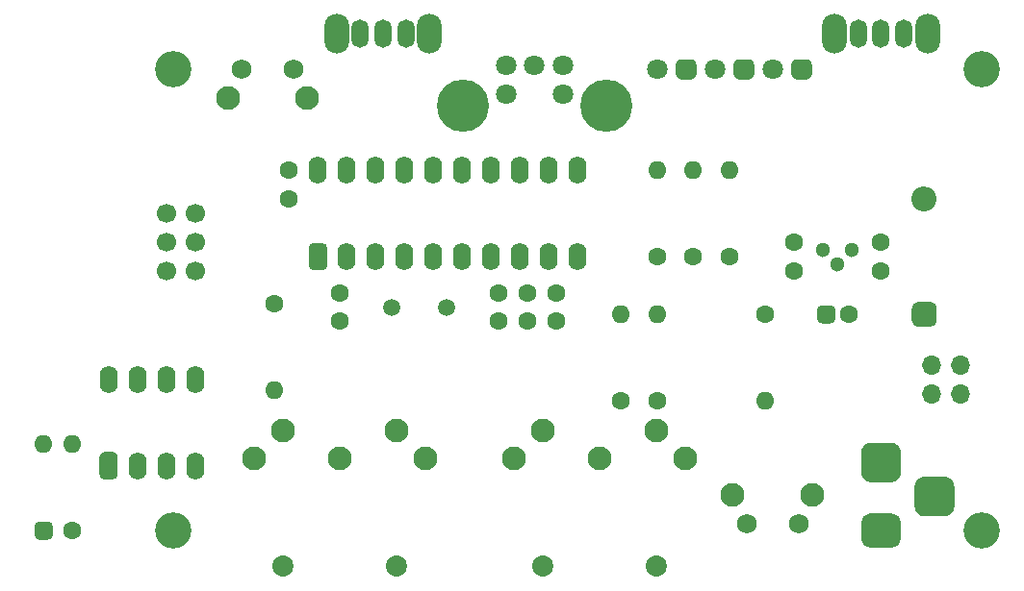
<source format=gbr>
%TF.GenerationSoftware,KiCad,Pcbnew,(5.1.9)-1*%
%TF.CreationDate,2021-04-04T20:09:26-07:00*%
%TF.ProjectId,miditwiddle,6d696469-7477-4696-9464-6c652e6b6963,rev?*%
%TF.SameCoordinates,PX9157080PY60e4b00*%
%TF.FileFunction,Soldermask,Bot*%
%TF.FilePolarity,Negative*%
%FSLAX46Y46*%
G04 Gerber Fmt 4.6, Leading zero omitted, Abs format (unit mm)*
G04 Created by KiCad (PCBNEW (5.1.9)-1) date 2021-04-04 20:09:26*
%MOMM*%
%LPD*%
G01*
G04 APERTURE LIST*
%ADD10C,1.860000*%
%ADD11C,2.100000*%
%ADD12C,1.800000*%
%ADD13C,4.600001*%
%ADD14C,1.600000*%
%ADD15O,2.200000X2.200000*%
%ADD16O,1.600000X1.600000*%
%ADD17C,3.200000*%
%ADD18O,1.500000X2.500000*%
%ADD19O,2.200000X3.500000*%
%ADD20O,2.200000X3.500001*%
%ADD21C,1.750000*%
%ADD22O,1.700000X1.700000*%
%ADD23C,1.500000*%
%ADD24O,1.600000X2.400000*%
%ADD25C,1.300000*%
%ADD26C,1.700000*%
G04 APERTURE END LIST*
D10*
%TO.C,J4*%
X-3095000Y-23470000D03*
X6905000Y-23470000D03*
D11*
X-3095000Y-11470000D03*
X6905000Y-11470000D03*
X-5595000Y-13970000D03*
X1905000Y-13970000D03*
X9405000Y-13970000D03*
%TD*%
D10*
%TO.C,J3*%
X-25955000Y-23470000D03*
X-15955000Y-23470000D03*
D11*
X-25955000Y-11470000D03*
X-15955000Y-11470000D03*
X-28455000Y-13970000D03*
X-20955000Y-13970000D03*
X-13455000Y-13970000D03*
%TD*%
D12*
%TO.C,SW5*%
X-6310000Y18137500D03*
X-1310000Y18137500D03*
D13*
X2490000Y17137500D03*
X-10110000Y17137500D03*
D12*
X-1310000Y20637500D03*
X-3810000Y20637500D03*
X-6310000Y20637500D03*
%TD*%
D14*
%TO.C,C8*%
X-4445000Y-1865000D03*
X-4445000Y635000D03*
%TD*%
%TO.C,C7*%
X-1905000Y-1865000D03*
X-1905000Y635000D03*
%TD*%
%TO.C,C3*%
G36*
G01*
X21050000Y-1670000D02*
X21050000Y-870000D01*
G75*
G02*
X21450000Y-470000I400000J0D01*
G01*
X22250000Y-470000D01*
G75*
G02*
X22650000Y-870000I0J-400000D01*
G01*
X22650000Y-1670000D01*
G75*
G02*
X22250000Y-2070000I-400000J0D01*
G01*
X21450000Y-2070000D01*
G75*
G02*
X21050000Y-1670000I0J400000D01*
G01*
G37*
X23850000Y-1270000D03*
%TD*%
D15*
%TO.C,D1*%
X30480000Y8890000D03*
G36*
G01*
X31030000Y-2370000D02*
X29930000Y-2370000D01*
G75*
G02*
X29380000Y-1820000I0J550000D01*
G01*
X29380000Y-720000D01*
G75*
G02*
X29930000Y-170000I550000J0D01*
G01*
X31030000Y-170000D01*
G75*
G02*
X31580000Y-720000I0J-550000D01*
G01*
X31580000Y-1820000D01*
G75*
G02*
X31030000Y-2370000I-550000J0D01*
G01*
G37*
%TD*%
D16*
%TO.C,R6*%
X13335000Y11430000D03*
D14*
X13335000Y3810000D03*
%TD*%
D17*
%TO.C,MH3*%
X-35560000Y-20320000D03*
%TD*%
%TO.C,MH4*%
X35560000Y-20320000D03*
%TD*%
%TO.C,MH2*%
X35560000Y20320000D03*
%TD*%
%TO.C,MH1*%
X-35560000Y20320000D03*
%TD*%
D18*
%TO.C,SW1*%
X28670000Y23495000D03*
X26670000Y23495000D03*
X24670000Y23495000D03*
D19*
X30770000Y23495000D03*
X22570000Y23495000D03*
%TD*%
D18*
%TO.C,SW3*%
X-15145000Y23495000D03*
X-17145000Y23495000D03*
X-19145000Y23495000D03*
D20*
X-13045000Y23495000D03*
X-21245000Y23495000D03*
%TD*%
D11*
%TO.C,SW2*%
X13635000Y-17195000D03*
D21*
X14895000Y-19685000D03*
X19395000Y-19685000D03*
D11*
X20645000Y-17195000D03*
%TD*%
D22*
%TO.C,JP1*%
X33655000Y-5715000D03*
X33655000Y-8255000D03*
X31115000Y-5715000D03*
X31115000Y-8255000D03*
%TD*%
D23*
%TO.C,Y1*%
X-11530000Y-635000D03*
X-16410000Y-635000D03*
%TD*%
D11*
%TO.C,SW4*%
X-23795000Y17830000D03*
D21*
X-25055000Y20320000D03*
X-29555000Y20320000D03*
D11*
X-30805000Y17830000D03*
%TD*%
D12*
%TO.C,D3*%
X17145000Y20320000D03*
G36*
G01*
X20585000Y20770000D02*
X20585000Y19870000D01*
G75*
G02*
X20135000Y19420000I-450000J0D01*
G01*
X19235000Y19420000D01*
G75*
G02*
X18785000Y19870000I0J450000D01*
G01*
X18785000Y20770000D01*
G75*
G02*
X19235000Y21220000I450000J0D01*
G01*
X20135000Y21220000D01*
G75*
G02*
X20585000Y20770000I0J-450000D01*
G01*
G37*
%TD*%
D24*
%TO.C,U3*%
X-41275000Y-6985000D03*
X-33655000Y-14605000D03*
X-38735000Y-6985000D03*
X-36195000Y-14605000D03*
X-36195000Y-6985000D03*
X-38735000Y-14605000D03*
X-33655000Y-6985000D03*
G36*
G01*
X-40875000Y-15805000D02*
X-41675000Y-15805000D01*
G75*
G02*
X-42075000Y-15405000I0J400000D01*
G01*
X-42075000Y-13805000D01*
G75*
G02*
X-41675000Y-13405000I400000J0D01*
G01*
X-40875000Y-13405000D01*
G75*
G02*
X-40475000Y-13805000I0J-400000D01*
G01*
X-40475000Y-15405000D01*
G75*
G02*
X-40875000Y-15805000I-400000J0D01*
G01*
G37*
%TD*%
%TO.C,U2*%
G36*
G01*
X-22460000Y2610000D02*
X-23260000Y2610000D01*
G75*
G02*
X-23660000Y3010000I0J400000D01*
G01*
X-23660000Y4610000D01*
G75*
G02*
X-23260000Y5010000I400000J0D01*
G01*
X-22460000Y5010000D01*
G75*
G02*
X-22060000Y4610000I0J-400000D01*
G01*
X-22060000Y3010000D01*
G75*
G02*
X-22460000Y2610000I-400000J0D01*
G01*
G37*
X0Y11430000D03*
X-20320000Y3810000D03*
X-2540000Y11430000D03*
X-17780000Y3810000D03*
X-5080000Y11430000D03*
X-15240000Y3810000D03*
X-7620000Y11430000D03*
X-12700000Y3810000D03*
X-10160000Y11430000D03*
X-10160000Y3810000D03*
X-12700000Y11430000D03*
X-7620000Y3810000D03*
X-15240000Y11430000D03*
X-5080000Y3810000D03*
X-17780000Y11430000D03*
X-2540000Y3810000D03*
X-20320000Y11430000D03*
X0Y3810000D03*
X-22860000Y11430000D03*
%TD*%
D25*
%TO.C,U1*%
X24130000Y4445000D03*
X21590000Y4445000D03*
X22860000Y3175000D03*
%TD*%
D16*
%TO.C,R8*%
X6985000Y11430000D03*
D14*
X6985000Y3810000D03*
%TD*%
D16*
%TO.C,R7*%
X10160000Y11430000D03*
D14*
X10160000Y3810000D03*
%TD*%
D16*
%TO.C,R5*%
X3810000Y-1270000D03*
D14*
X3810000Y-8890000D03*
%TD*%
D16*
%TO.C,R4*%
X6985000Y-1270000D03*
D14*
X6985000Y-8890000D03*
%TD*%
%TO.C,R3*%
X-26670000Y-317500D03*
D16*
X-26670000Y-7937500D03*
%TD*%
D14*
%TO.C,R2*%
X-44450000Y-20320000D03*
D16*
X-44450000Y-12700000D03*
%TD*%
%TO.C,R1*%
X16510000Y-8890000D03*
D14*
X16510000Y-1270000D03*
%TD*%
D26*
%TO.C,J2*%
X-36195000Y7620000D03*
X-36195000Y5080000D03*
X-36195000Y2540000D03*
X-33655000Y7620000D03*
X-33655000Y5080000D03*
X-33655000Y2540000D03*
%TD*%
%TO.C,J1*%
G36*
G01*
X32245000Y-19070000D02*
X30495000Y-19070000D01*
G75*
G02*
X29620000Y-18195000I0J875000D01*
G01*
X29620000Y-16445000D01*
G75*
G02*
X30495000Y-15570000I875000J0D01*
G01*
X32245000Y-15570000D01*
G75*
G02*
X33120000Y-16445000I0J-875000D01*
G01*
X33120000Y-18195000D01*
G75*
G02*
X32245000Y-19070000I-875000J0D01*
G01*
G37*
G36*
G01*
X27670000Y-21820000D02*
X25670000Y-21820000D01*
G75*
G02*
X24920000Y-21070000I0J750000D01*
G01*
X24920000Y-19570000D01*
G75*
G02*
X25670000Y-18820000I750000J0D01*
G01*
X27670000Y-18820000D01*
G75*
G02*
X28420000Y-19570000I0J-750000D01*
G01*
X28420000Y-21070000D01*
G75*
G02*
X27670000Y-21820000I-750000J0D01*
G01*
G37*
G36*
G01*
X27545000Y-16070000D02*
X25795000Y-16070000D01*
G75*
G02*
X24920000Y-15195000I0J875000D01*
G01*
X24920000Y-13445000D01*
G75*
G02*
X25795000Y-12570000I875000J0D01*
G01*
X27545000Y-12570000D01*
G75*
G02*
X28420000Y-13445000I0J-875000D01*
G01*
X28420000Y-15195000D01*
G75*
G02*
X27545000Y-16070000I-875000J0D01*
G01*
G37*
%TD*%
D12*
%TO.C,D5*%
X6985000Y20320000D03*
G36*
G01*
X10425000Y20770000D02*
X10425000Y19870000D01*
G75*
G02*
X9975000Y19420000I-450000J0D01*
G01*
X9075000Y19420000D01*
G75*
G02*
X8625000Y19870000I0J450000D01*
G01*
X8625000Y20770000D01*
G75*
G02*
X9075000Y21220000I450000J0D01*
G01*
X9975000Y21220000D01*
G75*
G02*
X10425000Y20770000I0J-450000D01*
G01*
G37*
%TD*%
%TO.C,D4*%
X12065000Y20320000D03*
G36*
G01*
X15505000Y20770000D02*
X15505000Y19870000D01*
G75*
G02*
X15055000Y19420000I-450000J0D01*
G01*
X14155000Y19420000D01*
G75*
G02*
X13705000Y19870000I0J450000D01*
G01*
X13705000Y20770000D01*
G75*
G02*
X14155000Y21220000I450000J0D01*
G01*
X15055000Y21220000D01*
G75*
G02*
X15505000Y20770000I0J-450000D01*
G01*
G37*
%TD*%
%TO.C,D2*%
G36*
G01*
X-46590000Y-21120000D02*
X-47390000Y-21120000D01*
G75*
G02*
X-47790000Y-20720000I0J400000D01*
G01*
X-47790000Y-19920000D01*
G75*
G02*
X-47390000Y-19520000I400000J0D01*
G01*
X-46590000Y-19520000D01*
G75*
G02*
X-46190000Y-19920000I0J-400000D01*
G01*
X-46190000Y-20720000D01*
G75*
G02*
X-46590000Y-21120000I-400000J0D01*
G01*
G37*
D16*
X-46990000Y-12700000D03*
%TD*%
D14*
%TO.C,C6*%
X-20955000Y-1865000D03*
X-20955000Y635000D03*
%TD*%
%TO.C,C5*%
X-6985000Y635000D03*
X-6985000Y-1865000D03*
%TD*%
%TO.C,C4*%
X-25400000Y8930000D03*
X-25400000Y11430000D03*
%TD*%
%TO.C,C2*%
X19050000Y2580000D03*
X19050000Y5080000D03*
%TD*%
%TO.C,C1*%
X26670000Y5080000D03*
X26670000Y2580000D03*
%TD*%
M02*

</source>
